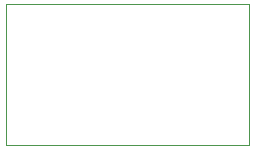
<source format=gbo>
G75*
%MOIN*%
%OFA0B0*%
%FSLAX24Y24*%
%IPPOS*%
%LPD*%
%AMOC8*
5,1,8,0,0,1.08239X$1,22.5*
%
%ADD10C,0.0000*%
D10*
X001050Y002363D02*
X001050Y007088D01*
X009160Y007088D01*
X009160Y002363D01*
X001050Y002363D01*
M02*

</source>
